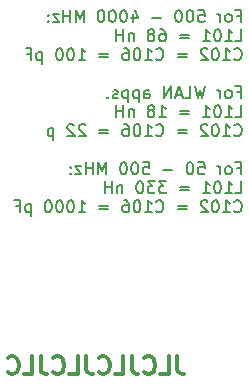
<source format=gbo>
%TF.GenerationSoftware,KiCad,Pcbnew,(6.0.6-0)*%
%TF.CreationDate,2023-01-17T17:24:57+00:00*%
%TF.ProjectId,preamplifier-tqp3m9028,70726561-6d70-46c6-9966-6965722d7471,1.0*%
%TF.SameCoordinates,Original*%
%TF.FileFunction,Legend,Bot*%
%TF.FilePolarity,Positive*%
%FSLAX46Y46*%
G04 Gerber Fmt 4.6, Leading zero omitted, Abs format (unit mm)*
G04 Created by KiCad (PCBNEW (6.0.6-0)) date 2023-01-17 17:24:57*
%MOMM*%
%LPD*%
G01*
G04 APERTURE LIST*
%ADD10C,0.300000*%
%ADD11C,0.200000*%
%ADD12C,2.200000*%
%ADD13C,2.100000*%
%ADD14C,2.250000*%
%ADD15R,4.400000X1.800000*%
%ADD16O,4.000000X1.800000*%
%ADD17O,1.800000X4.000000*%
G04 APERTURE END LIST*
D10*
X124628571Y-116178571D02*
X124628571Y-117250000D01*
X124700000Y-117464285D01*
X124842857Y-117607142D01*
X125057142Y-117678571D01*
X125200000Y-117678571D01*
X123200000Y-117678571D02*
X123914285Y-117678571D01*
X123914285Y-116178571D01*
X121842857Y-117535714D02*
X121914285Y-117607142D01*
X122128571Y-117678571D01*
X122271428Y-117678571D01*
X122485714Y-117607142D01*
X122628571Y-117464285D01*
X122700000Y-117321428D01*
X122771428Y-117035714D01*
X122771428Y-116821428D01*
X122700000Y-116535714D01*
X122628571Y-116392857D01*
X122485714Y-116250000D01*
X122271428Y-116178571D01*
X122128571Y-116178571D01*
X121914285Y-116250000D01*
X121842857Y-116321428D01*
X120771428Y-116178571D02*
X120771428Y-117250000D01*
X120842857Y-117464285D01*
X120985714Y-117607142D01*
X121200000Y-117678571D01*
X121342857Y-117678571D01*
X119342857Y-117678571D02*
X120057142Y-117678571D01*
X120057142Y-116178571D01*
X117985714Y-117535714D02*
X118057142Y-117607142D01*
X118271428Y-117678571D01*
X118414285Y-117678571D01*
X118628571Y-117607142D01*
X118771428Y-117464285D01*
X118842857Y-117321428D01*
X118914285Y-117035714D01*
X118914285Y-116821428D01*
X118842857Y-116535714D01*
X118771428Y-116392857D01*
X118628571Y-116250000D01*
X118414285Y-116178571D01*
X118271428Y-116178571D01*
X118057142Y-116250000D01*
X117985714Y-116321428D01*
X116914285Y-116178571D02*
X116914285Y-117250000D01*
X116985714Y-117464285D01*
X117128571Y-117607142D01*
X117342857Y-117678571D01*
X117485714Y-117678571D01*
X115485714Y-117678571D02*
X116200000Y-117678571D01*
X116200000Y-116178571D01*
X114128571Y-117535714D02*
X114200000Y-117607142D01*
X114414285Y-117678571D01*
X114557142Y-117678571D01*
X114771428Y-117607142D01*
X114914285Y-117464285D01*
X114985714Y-117321428D01*
X115057142Y-117035714D01*
X115057142Y-116821428D01*
X114985714Y-116535714D01*
X114914285Y-116392857D01*
X114771428Y-116250000D01*
X114557142Y-116178571D01*
X114414285Y-116178571D01*
X114200000Y-116250000D01*
X114128571Y-116321428D01*
X113057142Y-116178571D02*
X113057142Y-117250000D01*
X113128571Y-117464285D01*
X113271428Y-117607142D01*
X113485714Y-117678571D01*
X113628571Y-117678571D01*
X111628571Y-117678571D02*
X112342857Y-117678571D01*
X112342857Y-116178571D01*
X110271428Y-117535714D02*
X110342857Y-117607142D01*
X110557142Y-117678571D01*
X110700000Y-117678571D01*
X110914285Y-117607142D01*
X111057142Y-117464285D01*
X111128571Y-117321428D01*
X111200000Y-117035714D01*
X111200000Y-116821428D01*
X111128571Y-116535714D01*
X111057142Y-116392857D01*
X110914285Y-116250000D01*
X110700000Y-116178571D01*
X110557142Y-116178571D01*
X110342857Y-116250000D01*
X110271428Y-116321428D01*
D11*
X129698571Y-87353571D02*
X130031904Y-87353571D01*
X130031904Y-87877380D02*
X130031904Y-86877380D01*
X129555714Y-86877380D01*
X129031904Y-87877380D02*
X129127142Y-87829761D01*
X129174761Y-87782142D01*
X129222380Y-87686904D01*
X129222380Y-87401190D01*
X129174761Y-87305952D01*
X129127142Y-87258333D01*
X129031904Y-87210714D01*
X128889047Y-87210714D01*
X128793809Y-87258333D01*
X128746190Y-87305952D01*
X128698571Y-87401190D01*
X128698571Y-87686904D01*
X128746190Y-87782142D01*
X128793809Y-87829761D01*
X128889047Y-87877380D01*
X129031904Y-87877380D01*
X128270000Y-87877380D02*
X128270000Y-87210714D01*
X128270000Y-87401190D02*
X128222380Y-87305952D01*
X128174761Y-87258333D01*
X128079523Y-87210714D01*
X127984285Y-87210714D01*
X126412857Y-86877380D02*
X126889047Y-86877380D01*
X126936666Y-87353571D01*
X126889047Y-87305952D01*
X126793809Y-87258333D01*
X126555714Y-87258333D01*
X126460476Y-87305952D01*
X126412857Y-87353571D01*
X126365238Y-87448809D01*
X126365238Y-87686904D01*
X126412857Y-87782142D01*
X126460476Y-87829761D01*
X126555714Y-87877380D01*
X126793809Y-87877380D01*
X126889047Y-87829761D01*
X126936666Y-87782142D01*
X125746190Y-86877380D02*
X125650952Y-86877380D01*
X125555714Y-86925000D01*
X125508095Y-86972619D01*
X125460476Y-87067857D01*
X125412857Y-87258333D01*
X125412857Y-87496428D01*
X125460476Y-87686904D01*
X125508095Y-87782142D01*
X125555714Y-87829761D01*
X125650952Y-87877380D01*
X125746190Y-87877380D01*
X125841428Y-87829761D01*
X125889047Y-87782142D01*
X125936666Y-87686904D01*
X125984285Y-87496428D01*
X125984285Y-87258333D01*
X125936666Y-87067857D01*
X125889047Y-86972619D01*
X125841428Y-86925000D01*
X125746190Y-86877380D01*
X124793809Y-86877380D02*
X124698571Y-86877380D01*
X124603333Y-86925000D01*
X124555714Y-86972619D01*
X124508095Y-87067857D01*
X124460476Y-87258333D01*
X124460476Y-87496428D01*
X124508095Y-87686904D01*
X124555714Y-87782142D01*
X124603333Y-87829761D01*
X124698571Y-87877380D01*
X124793809Y-87877380D01*
X124889047Y-87829761D01*
X124936666Y-87782142D01*
X124984285Y-87686904D01*
X125031904Y-87496428D01*
X125031904Y-87258333D01*
X124984285Y-87067857D01*
X124936666Y-86972619D01*
X124889047Y-86925000D01*
X124793809Y-86877380D01*
X123270000Y-87496428D02*
X122508095Y-87496428D01*
X120841428Y-87210714D02*
X120841428Y-87877380D01*
X121079523Y-86829761D02*
X121317619Y-87544047D01*
X120698571Y-87544047D01*
X120127142Y-86877380D02*
X120031904Y-86877380D01*
X119936666Y-86925000D01*
X119889047Y-86972619D01*
X119841428Y-87067857D01*
X119793809Y-87258333D01*
X119793809Y-87496428D01*
X119841428Y-87686904D01*
X119889047Y-87782142D01*
X119936666Y-87829761D01*
X120031904Y-87877380D01*
X120127142Y-87877380D01*
X120222380Y-87829761D01*
X120270000Y-87782142D01*
X120317619Y-87686904D01*
X120365238Y-87496428D01*
X120365238Y-87258333D01*
X120317619Y-87067857D01*
X120270000Y-86972619D01*
X120222380Y-86925000D01*
X120127142Y-86877380D01*
X119174761Y-86877380D02*
X119079523Y-86877380D01*
X118984285Y-86925000D01*
X118936666Y-86972619D01*
X118889047Y-87067857D01*
X118841428Y-87258333D01*
X118841428Y-87496428D01*
X118889047Y-87686904D01*
X118936666Y-87782142D01*
X118984285Y-87829761D01*
X119079523Y-87877380D01*
X119174761Y-87877380D01*
X119270000Y-87829761D01*
X119317619Y-87782142D01*
X119365238Y-87686904D01*
X119412857Y-87496428D01*
X119412857Y-87258333D01*
X119365238Y-87067857D01*
X119317619Y-86972619D01*
X119270000Y-86925000D01*
X119174761Y-86877380D01*
X118222380Y-86877380D02*
X118127142Y-86877380D01*
X118031904Y-86925000D01*
X117984285Y-86972619D01*
X117936666Y-87067857D01*
X117889047Y-87258333D01*
X117889047Y-87496428D01*
X117936666Y-87686904D01*
X117984285Y-87782142D01*
X118031904Y-87829761D01*
X118127142Y-87877380D01*
X118222380Y-87877380D01*
X118317619Y-87829761D01*
X118365238Y-87782142D01*
X118412857Y-87686904D01*
X118460476Y-87496428D01*
X118460476Y-87258333D01*
X118412857Y-87067857D01*
X118365238Y-86972619D01*
X118317619Y-86925000D01*
X118222380Y-86877380D01*
X116698571Y-87877380D02*
X116698571Y-86877380D01*
X116365238Y-87591666D01*
X116031904Y-86877380D01*
X116031904Y-87877380D01*
X115555714Y-87877380D02*
X115555714Y-86877380D01*
X115555714Y-87353571D02*
X114984285Y-87353571D01*
X114984285Y-87877380D02*
X114984285Y-86877380D01*
X114603333Y-87210714D02*
X114079523Y-87210714D01*
X114603333Y-87877380D01*
X114079523Y-87877380D01*
X113698571Y-87782142D02*
X113650952Y-87829761D01*
X113698571Y-87877380D01*
X113746190Y-87829761D01*
X113698571Y-87782142D01*
X113698571Y-87877380D01*
X113698571Y-87258333D02*
X113650952Y-87305952D01*
X113698571Y-87353571D01*
X113746190Y-87305952D01*
X113698571Y-87258333D01*
X113698571Y-87353571D01*
X129555714Y-89487380D02*
X130031904Y-89487380D01*
X130031904Y-88487380D01*
X128698571Y-89487380D02*
X129270000Y-89487380D01*
X128984285Y-89487380D02*
X128984285Y-88487380D01*
X129079523Y-88630238D01*
X129174761Y-88725476D01*
X129270000Y-88773095D01*
X128079523Y-88487380D02*
X127984285Y-88487380D01*
X127889047Y-88535000D01*
X127841428Y-88582619D01*
X127793809Y-88677857D01*
X127746190Y-88868333D01*
X127746190Y-89106428D01*
X127793809Y-89296904D01*
X127841428Y-89392142D01*
X127889047Y-89439761D01*
X127984285Y-89487380D01*
X128079523Y-89487380D01*
X128174761Y-89439761D01*
X128222380Y-89392142D01*
X128270000Y-89296904D01*
X128317619Y-89106428D01*
X128317619Y-88868333D01*
X128270000Y-88677857D01*
X128222380Y-88582619D01*
X128174761Y-88535000D01*
X128079523Y-88487380D01*
X126793809Y-89487380D02*
X127365238Y-89487380D01*
X127079523Y-89487380D02*
X127079523Y-88487380D01*
X127174761Y-88630238D01*
X127270000Y-88725476D01*
X127365238Y-88773095D01*
X125603333Y-88963571D02*
X124841428Y-88963571D01*
X124841428Y-89249285D02*
X125603333Y-89249285D01*
X123174761Y-88487380D02*
X123365238Y-88487380D01*
X123460476Y-88535000D01*
X123508095Y-88582619D01*
X123603333Y-88725476D01*
X123650952Y-88915952D01*
X123650952Y-89296904D01*
X123603333Y-89392142D01*
X123555714Y-89439761D01*
X123460476Y-89487380D01*
X123270000Y-89487380D01*
X123174761Y-89439761D01*
X123127142Y-89392142D01*
X123079523Y-89296904D01*
X123079523Y-89058809D01*
X123127142Y-88963571D01*
X123174761Y-88915952D01*
X123270000Y-88868333D01*
X123460476Y-88868333D01*
X123555714Y-88915952D01*
X123603333Y-88963571D01*
X123650952Y-89058809D01*
X122508095Y-88915952D02*
X122603333Y-88868333D01*
X122650952Y-88820714D01*
X122698571Y-88725476D01*
X122698571Y-88677857D01*
X122650952Y-88582619D01*
X122603333Y-88535000D01*
X122508095Y-88487380D01*
X122317619Y-88487380D01*
X122222380Y-88535000D01*
X122174761Y-88582619D01*
X122127142Y-88677857D01*
X122127142Y-88725476D01*
X122174761Y-88820714D01*
X122222380Y-88868333D01*
X122317619Y-88915952D01*
X122508095Y-88915952D01*
X122603333Y-88963571D01*
X122650952Y-89011190D01*
X122698571Y-89106428D01*
X122698571Y-89296904D01*
X122650952Y-89392142D01*
X122603333Y-89439761D01*
X122508095Y-89487380D01*
X122317619Y-89487380D01*
X122222380Y-89439761D01*
X122174761Y-89392142D01*
X122127142Y-89296904D01*
X122127142Y-89106428D01*
X122174761Y-89011190D01*
X122222380Y-88963571D01*
X122317619Y-88915952D01*
X120936666Y-88820714D02*
X120936666Y-89487380D01*
X120936666Y-88915952D02*
X120889047Y-88868333D01*
X120793809Y-88820714D01*
X120650952Y-88820714D01*
X120555714Y-88868333D01*
X120508095Y-88963571D01*
X120508095Y-89487380D01*
X120031904Y-89487380D02*
X120031904Y-88487380D01*
X120031904Y-88963571D02*
X119460476Y-88963571D01*
X119460476Y-89487380D02*
X119460476Y-88487380D01*
X129460476Y-91002142D02*
X129508095Y-91049761D01*
X129650952Y-91097380D01*
X129746190Y-91097380D01*
X129889047Y-91049761D01*
X129984285Y-90954523D01*
X130031904Y-90859285D01*
X130079523Y-90668809D01*
X130079523Y-90525952D01*
X130031904Y-90335476D01*
X129984285Y-90240238D01*
X129889047Y-90145000D01*
X129746190Y-90097380D01*
X129650952Y-90097380D01*
X129508095Y-90145000D01*
X129460476Y-90192619D01*
X128508095Y-91097380D02*
X129079523Y-91097380D01*
X128793809Y-91097380D02*
X128793809Y-90097380D01*
X128889047Y-90240238D01*
X128984285Y-90335476D01*
X129079523Y-90383095D01*
X127889047Y-90097380D02*
X127793809Y-90097380D01*
X127698571Y-90145000D01*
X127650952Y-90192619D01*
X127603333Y-90287857D01*
X127555714Y-90478333D01*
X127555714Y-90716428D01*
X127603333Y-90906904D01*
X127650952Y-91002142D01*
X127698571Y-91049761D01*
X127793809Y-91097380D01*
X127889047Y-91097380D01*
X127984285Y-91049761D01*
X128031904Y-91002142D01*
X128079523Y-90906904D01*
X128127142Y-90716428D01*
X128127142Y-90478333D01*
X128079523Y-90287857D01*
X128031904Y-90192619D01*
X127984285Y-90145000D01*
X127889047Y-90097380D01*
X127174761Y-90192619D02*
X127127142Y-90145000D01*
X127031904Y-90097380D01*
X126793809Y-90097380D01*
X126698571Y-90145000D01*
X126650952Y-90192619D01*
X126603333Y-90287857D01*
X126603333Y-90383095D01*
X126650952Y-90525952D01*
X127222380Y-91097380D01*
X126603333Y-91097380D01*
X125412857Y-90573571D02*
X124650952Y-90573571D01*
X124650952Y-90859285D02*
X125412857Y-90859285D01*
X122841428Y-91002142D02*
X122889047Y-91049761D01*
X123031904Y-91097380D01*
X123127142Y-91097380D01*
X123270000Y-91049761D01*
X123365238Y-90954523D01*
X123412857Y-90859285D01*
X123460476Y-90668809D01*
X123460476Y-90525952D01*
X123412857Y-90335476D01*
X123365238Y-90240238D01*
X123270000Y-90145000D01*
X123127142Y-90097380D01*
X123031904Y-90097380D01*
X122889047Y-90145000D01*
X122841428Y-90192619D01*
X121889047Y-91097380D02*
X122460476Y-91097380D01*
X122174761Y-91097380D02*
X122174761Y-90097380D01*
X122270000Y-90240238D01*
X122365238Y-90335476D01*
X122460476Y-90383095D01*
X121270000Y-90097380D02*
X121174761Y-90097380D01*
X121079523Y-90145000D01*
X121031904Y-90192619D01*
X120984285Y-90287857D01*
X120936666Y-90478333D01*
X120936666Y-90716428D01*
X120984285Y-90906904D01*
X121031904Y-91002142D01*
X121079523Y-91049761D01*
X121174761Y-91097380D01*
X121270000Y-91097380D01*
X121365238Y-91049761D01*
X121412857Y-91002142D01*
X121460476Y-90906904D01*
X121508095Y-90716428D01*
X121508095Y-90478333D01*
X121460476Y-90287857D01*
X121412857Y-90192619D01*
X121365238Y-90145000D01*
X121270000Y-90097380D01*
X120079523Y-90097380D02*
X120270000Y-90097380D01*
X120365238Y-90145000D01*
X120412857Y-90192619D01*
X120508095Y-90335476D01*
X120555714Y-90525952D01*
X120555714Y-90906904D01*
X120508095Y-91002142D01*
X120460476Y-91049761D01*
X120365238Y-91097380D01*
X120174761Y-91097380D01*
X120079523Y-91049761D01*
X120031904Y-91002142D01*
X119984285Y-90906904D01*
X119984285Y-90668809D01*
X120031904Y-90573571D01*
X120079523Y-90525952D01*
X120174761Y-90478333D01*
X120365238Y-90478333D01*
X120460476Y-90525952D01*
X120508095Y-90573571D01*
X120555714Y-90668809D01*
X118793809Y-90573571D02*
X118031904Y-90573571D01*
X118031904Y-90859285D02*
X118793809Y-90859285D01*
X116270000Y-91097380D02*
X116841428Y-91097380D01*
X116555714Y-91097380D02*
X116555714Y-90097380D01*
X116650952Y-90240238D01*
X116746190Y-90335476D01*
X116841428Y-90383095D01*
X115650952Y-90097380D02*
X115555714Y-90097380D01*
X115460476Y-90145000D01*
X115412857Y-90192619D01*
X115365238Y-90287857D01*
X115317619Y-90478333D01*
X115317619Y-90716428D01*
X115365238Y-90906904D01*
X115412857Y-91002142D01*
X115460476Y-91049761D01*
X115555714Y-91097380D01*
X115650952Y-91097380D01*
X115746190Y-91049761D01*
X115793809Y-91002142D01*
X115841428Y-90906904D01*
X115889047Y-90716428D01*
X115889047Y-90478333D01*
X115841428Y-90287857D01*
X115793809Y-90192619D01*
X115746190Y-90145000D01*
X115650952Y-90097380D01*
X114698571Y-90097380D02*
X114603333Y-90097380D01*
X114508095Y-90145000D01*
X114460476Y-90192619D01*
X114412857Y-90287857D01*
X114365238Y-90478333D01*
X114365238Y-90716428D01*
X114412857Y-90906904D01*
X114460476Y-91002142D01*
X114508095Y-91049761D01*
X114603333Y-91097380D01*
X114698571Y-91097380D01*
X114793809Y-91049761D01*
X114841428Y-91002142D01*
X114889047Y-90906904D01*
X114936666Y-90716428D01*
X114936666Y-90478333D01*
X114889047Y-90287857D01*
X114841428Y-90192619D01*
X114793809Y-90145000D01*
X114698571Y-90097380D01*
X113174761Y-90430714D02*
X113174761Y-91430714D01*
X113174761Y-90478333D02*
X113079523Y-90430714D01*
X112889047Y-90430714D01*
X112793809Y-90478333D01*
X112746190Y-90525952D01*
X112698571Y-90621190D01*
X112698571Y-90906904D01*
X112746190Y-91002142D01*
X112793809Y-91049761D01*
X112889047Y-91097380D01*
X113079523Y-91097380D01*
X113174761Y-91049761D01*
X111936666Y-90573571D02*
X112270000Y-90573571D01*
X112270000Y-91097380D02*
X112270000Y-90097380D01*
X111793809Y-90097380D01*
X129698571Y-93793571D02*
X130031904Y-93793571D01*
X130031904Y-94317380D02*
X130031904Y-93317380D01*
X129555714Y-93317380D01*
X129031904Y-94317380D02*
X129127142Y-94269761D01*
X129174761Y-94222142D01*
X129222380Y-94126904D01*
X129222380Y-93841190D01*
X129174761Y-93745952D01*
X129127142Y-93698333D01*
X129031904Y-93650714D01*
X128889047Y-93650714D01*
X128793809Y-93698333D01*
X128746190Y-93745952D01*
X128698571Y-93841190D01*
X128698571Y-94126904D01*
X128746190Y-94222142D01*
X128793809Y-94269761D01*
X128889047Y-94317380D01*
X129031904Y-94317380D01*
X128270000Y-94317380D02*
X128270000Y-93650714D01*
X128270000Y-93841190D02*
X128222380Y-93745952D01*
X128174761Y-93698333D01*
X128079523Y-93650714D01*
X127984285Y-93650714D01*
X126984285Y-93317380D02*
X126746190Y-94317380D01*
X126555714Y-93603095D01*
X126365238Y-94317380D01*
X126127142Y-93317380D01*
X125270000Y-94317380D02*
X125746190Y-94317380D01*
X125746190Y-93317380D01*
X124984285Y-94031666D02*
X124508095Y-94031666D01*
X125079523Y-94317380D02*
X124746190Y-93317380D01*
X124412857Y-94317380D01*
X124079523Y-94317380D02*
X124079523Y-93317380D01*
X123508095Y-94317380D01*
X123508095Y-93317380D01*
X121841428Y-94317380D02*
X121841428Y-93793571D01*
X121889047Y-93698333D01*
X121984285Y-93650714D01*
X122174761Y-93650714D01*
X122270000Y-93698333D01*
X121841428Y-94269761D02*
X121936666Y-94317380D01*
X122174761Y-94317380D01*
X122270000Y-94269761D01*
X122317619Y-94174523D01*
X122317619Y-94079285D01*
X122270000Y-93984047D01*
X122174761Y-93936428D01*
X121936666Y-93936428D01*
X121841428Y-93888809D01*
X121365238Y-93650714D02*
X121365238Y-94650714D01*
X121365238Y-93698333D02*
X121270000Y-93650714D01*
X121079523Y-93650714D01*
X120984285Y-93698333D01*
X120936666Y-93745952D01*
X120889047Y-93841190D01*
X120889047Y-94126904D01*
X120936666Y-94222142D01*
X120984285Y-94269761D01*
X121079523Y-94317380D01*
X121270000Y-94317380D01*
X121365238Y-94269761D01*
X120460476Y-93650714D02*
X120460476Y-94650714D01*
X120460476Y-93698333D02*
X120365238Y-93650714D01*
X120174761Y-93650714D01*
X120079523Y-93698333D01*
X120031904Y-93745952D01*
X119984285Y-93841190D01*
X119984285Y-94126904D01*
X120031904Y-94222142D01*
X120079523Y-94269761D01*
X120174761Y-94317380D01*
X120365238Y-94317380D01*
X120460476Y-94269761D01*
X119603333Y-94269761D02*
X119508095Y-94317380D01*
X119317619Y-94317380D01*
X119222380Y-94269761D01*
X119174761Y-94174523D01*
X119174761Y-94126904D01*
X119222380Y-94031666D01*
X119317619Y-93984047D01*
X119460476Y-93984047D01*
X119555714Y-93936428D01*
X119603333Y-93841190D01*
X119603333Y-93793571D01*
X119555714Y-93698333D01*
X119460476Y-93650714D01*
X119317619Y-93650714D01*
X119222380Y-93698333D01*
X118746190Y-94222142D02*
X118698571Y-94269761D01*
X118746190Y-94317380D01*
X118793809Y-94269761D01*
X118746190Y-94222142D01*
X118746190Y-94317380D01*
X118746190Y-93698333D02*
X118698571Y-93745952D01*
X118746190Y-93793571D01*
X118793809Y-93745952D01*
X118746190Y-93698333D01*
X118746190Y-93793571D01*
X129555714Y-95927380D02*
X130031904Y-95927380D01*
X130031904Y-94927380D01*
X128698571Y-95927380D02*
X129270000Y-95927380D01*
X128984285Y-95927380D02*
X128984285Y-94927380D01*
X129079523Y-95070238D01*
X129174761Y-95165476D01*
X129270000Y-95213095D01*
X128079523Y-94927380D02*
X127984285Y-94927380D01*
X127889047Y-94975000D01*
X127841428Y-95022619D01*
X127793809Y-95117857D01*
X127746190Y-95308333D01*
X127746190Y-95546428D01*
X127793809Y-95736904D01*
X127841428Y-95832142D01*
X127889047Y-95879761D01*
X127984285Y-95927380D01*
X128079523Y-95927380D01*
X128174761Y-95879761D01*
X128222380Y-95832142D01*
X128270000Y-95736904D01*
X128317619Y-95546428D01*
X128317619Y-95308333D01*
X128270000Y-95117857D01*
X128222380Y-95022619D01*
X128174761Y-94975000D01*
X128079523Y-94927380D01*
X126793809Y-95927380D02*
X127365238Y-95927380D01*
X127079523Y-95927380D02*
X127079523Y-94927380D01*
X127174761Y-95070238D01*
X127270000Y-95165476D01*
X127365238Y-95213095D01*
X125603333Y-95403571D02*
X124841428Y-95403571D01*
X124841428Y-95689285D02*
X125603333Y-95689285D01*
X123079523Y-95927380D02*
X123650952Y-95927380D01*
X123365238Y-95927380D02*
X123365238Y-94927380D01*
X123460476Y-95070238D01*
X123555714Y-95165476D01*
X123650952Y-95213095D01*
X122508095Y-95355952D02*
X122603333Y-95308333D01*
X122650952Y-95260714D01*
X122698571Y-95165476D01*
X122698571Y-95117857D01*
X122650952Y-95022619D01*
X122603333Y-94975000D01*
X122508095Y-94927380D01*
X122317619Y-94927380D01*
X122222380Y-94975000D01*
X122174761Y-95022619D01*
X122127142Y-95117857D01*
X122127142Y-95165476D01*
X122174761Y-95260714D01*
X122222380Y-95308333D01*
X122317619Y-95355952D01*
X122508095Y-95355952D01*
X122603333Y-95403571D01*
X122650952Y-95451190D01*
X122698571Y-95546428D01*
X122698571Y-95736904D01*
X122650952Y-95832142D01*
X122603333Y-95879761D01*
X122508095Y-95927380D01*
X122317619Y-95927380D01*
X122222380Y-95879761D01*
X122174761Y-95832142D01*
X122127142Y-95736904D01*
X122127142Y-95546428D01*
X122174761Y-95451190D01*
X122222380Y-95403571D01*
X122317619Y-95355952D01*
X120936666Y-95260714D02*
X120936666Y-95927380D01*
X120936666Y-95355952D02*
X120889047Y-95308333D01*
X120793809Y-95260714D01*
X120650952Y-95260714D01*
X120555714Y-95308333D01*
X120508095Y-95403571D01*
X120508095Y-95927380D01*
X120031904Y-95927380D02*
X120031904Y-94927380D01*
X120031904Y-95403571D02*
X119460476Y-95403571D01*
X119460476Y-95927380D02*
X119460476Y-94927380D01*
X129460476Y-97442142D02*
X129508095Y-97489761D01*
X129650952Y-97537380D01*
X129746190Y-97537380D01*
X129889047Y-97489761D01*
X129984285Y-97394523D01*
X130031904Y-97299285D01*
X130079523Y-97108809D01*
X130079523Y-96965952D01*
X130031904Y-96775476D01*
X129984285Y-96680238D01*
X129889047Y-96585000D01*
X129746190Y-96537380D01*
X129650952Y-96537380D01*
X129508095Y-96585000D01*
X129460476Y-96632619D01*
X128508095Y-97537380D02*
X129079523Y-97537380D01*
X128793809Y-97537380D02*
X128793809Y-96537380D01*
X128889047Y-96680238D01*
X128984285Y-96775476D01*
X129079523Y-96823095D01*
X127889047Y-96537380D02*
X127793809Y-96537380D01*
X127698571Y-96585000D01*
X127650952Y-96632619D01*
X127603333Y-96727857D01*
X127555714Y-96918333D01*
X127555714Y-97156428D01*
X127603333Y-97346904D01*
X127650952Y-97442142D01*
X127698571Y-97489761D01*
X127793809Y-97537380D01*
X127889047Y-97537380D01*
X127984285Y-97489761D01*
X128031904Y-97442142D01*
X128079523Y-97346904D01*
X128127142Y-97156428D01*
X128127142Y-96918333D01*
X128079523Y-96727857D01*
X128031904Y-96632619D01*
X127984285Y-96585000D01*
X127889047Y-96537380D01*
X127174761Y-96632619D02*
X127127142Y-96585000D01*
X127031904Y-96537380D01*
X126793809Y-96537380D01*
X126698571Y-96585000D01*
X126650952Y-96632619D01*
X126603333Y-96727857D01*
X126603333Y-96823095D01*
X126650952Y-96965952D01*
X127222380Y-97537380D01*
X126603333Y-97537380D01*
X125412857Y-97013571D02*
X124650952Y-97013571D01*
X124650952Y-97299285D02*
X125412857Y-97299285D01*
X122841428Y-97442142D02*
X122889047Y-97489761D01*
X123031904Y-97537380D01*
X123127142Y-97537380D01*
X123270000Y-97489761D01*
X123365238Y-97394523D01*
X123412857Y-97299285D01*
X123460476Y-97108809D01*
X123460476Y-96965952D01*
X123412857Y-96775476D01*
X123365238Y-96680238D01*
X123270000Y-96585000D01*
X123127142Y-96537380D01*
X123031904Y-96537380D01*
X122889047Y-96585000D01*
X122841428Y-96632619D01*
X121889047Y-97537380D02*
X122460476Y-97537380D01*
X122174761Y-97537380D02*
X122174761Y-96537380D01*
X122270000Y-96680238D01*
X122365238Y-96775476D01*
X122460476Y-96823095D01*
X121270000Y-96537380D02*
X121174761Y-96537380D01*
X121079523Y-96585000D01*
X121031904Y-96632619D01*
X120984285Y-96727857D01*
X120936666Y-96918333D01*
X120936666Y-97156428D01*
X120984285Y-97346904D01*
X121031904Y-97442142D01*
X121079523Y-97489761D01*
X121174761Y-97537380D01*
X121270000Y-97537380D01*
X121365238Y-97489761D01*
X121412857Y-97442142D01*
X121460476Y-97346904D01*
X121508095Y-97156428D01*
X121508095Y-96918333D01*
X121460476Y-96727857D01*
X121412857Y-96632619D01*
X121365238Y-96585000D01*
X121270000Y-96537380D01*
X120079523Y-96537380D02*
X120270000Y-96537380D01*
X120365238Y-96585000D01*
X120412857Y-96632619D01*
X120508095Y-96775476D01*
X120555714Y-96965952D01*
X120555714Y-97346904D01*
X120508095Y-97442142D01*
X120460476Y-97489761D01*
X120365238Y-97537380D01*
X120174761Y-97537380D01*
X120079523Y-97489761D01*
X120031904Y-97442142D01*
X119984285Y-97346904D01*
X119984285Y-97108809D01*
X120031904Y-97013571D01*
X120079523Y-96965952D01*
X120174761Y-96918333D01*
X120365238Y-96918333D01*
X120460476Y-96965952D01*
X120508095Y-97013571D01*
X120555714Y-97108809D01*
X118793809Y-97013571D02*
X118031904Y-97013571D01*
X118031904Y-97299285D02*
X118793809Y-97299285D01*
X116841428Y-96632619D02*
X116793809Y-96585000D01*
X116698571Y-96537380D01*
X116460476Y-96537380D01*
X116365238Y-96585000D01*
X116317619Y-96632619D01*
X116270000Y-96727857D01*
X116270000Y-96823095D01*
X116317619Y-96965952D01*
X116889047Y-97537380D01*
X116270000Y-97537380D01*
X115889047Y-96632619D02*
X115841428Y-96585000D01*
X115746190Y-96537380D01*
X115508095Y-96537380D01*
X115412857Y-96585000D01*
X115365238Y-96632619D01*
X115317619Y-96727857D01*
X115317619Y-96823095D01*
X115365238Y-96965952D01*
X115936666Y-97537380D01*
X115317619Y-97537380D01*
X114127142Y-96870714D02*
X114127142Y-97870714D01*
X114127142Y-96918333D02*
X114031904Y-96870714D01*
X113841428Y-96870714D01*
X113746190Y-96918333D01*
X113698571Y-96965952D01*
X113650952Y-97061190D01*
X113650952Y-97346904D01*
X113698571Y-97442142D01*
X113746190Y-97489761D01*
X113841428Y-97537380D01*
X114031904Y-97537380D01*
X114127142Y-97489761D01*
X112889047Y-97013571D02*
X113222380Y-97013571D01*
X113222380Y-97537380D02*
X113222380Y-96537380D01*
X112746190Y-96537380D01*
X129698571Y-100233571D02*
X130031904Y-100233571D01*
X130031904Y-100757380D02*
X130031904Y-99757380D01*
X129555714Y-99757380D01*
X129031904Y-100757380D02*
X129127142Y-100709761D01*
X129174761Y-100662142D01*
X129222380Y-100566904D01*
X129222380Y-100281190D01*
X129174761Y-100185952D01*
X129127142Y-100138333D01*
X129031904Y-100090714D01*
X128889047Y-100090714D01*
X128793809Y-100138333D01*
X128746190Y-100185952D01*
X128698571Y-100281190D01*
X128698571Y-100566904D01*
X128746190Y-100662142D01*
X128793809Y-100709761D01*
X128889047Y-100757380D01*
X129031904Y-100757380D01*
X128270000Y-100757380D02*
X128270000Y-100090714D01*
X128270000Y-100281190D02*
X128222380Y-100185952D01*
X128174761Y-100138333D01*
X128079523Y-100090714D01*
X127984285Y-100090714D01*
X126412857Y-99757380D02*
X126889047Y-99757380D01*
X126936666Y-100233571D01*
X126889047Y-100185952D01*
X126793809Y-100138333D01*
X126555714Y-100138333D01*
X126460476Y-100185952D01*
X126412857Y-100233571D01*
X126365238Y-100328809D01*
X126365238Y-100566904D01*
X126412857Y-100662142D01*
X126460476Y-100709761D01*
X126555714Y-100757380D01*
X126793809Y-100757380D01*
X126889047Y-100709761D01*
X126936666Y-100662142D01*
X125746190Y-99757380D02*
X125650952Y-99757380D01*
X125555714Y-99805000D01*
X125508095Y-99852619D01*
X125460476Y-99947857D01*
X125412857Y-100138333D01*
X125412857Y-100376428D01*
X125460476Y-100566904D01*
X125508095Y-100662142D01*
X125555714Y-100709761D01*
X125650952Y-100757380D01*
X125746190Y-100757380D01*
X125841428Y-100709761D01*
X125889047Y-100662142D01*
X125936666Y-100566904D01*
X125984285Y-100376428D01*
X125984285Y-100138333D01*
X125936666Y-99947857D01*
X125889047Y-99852619D01*
X125841428Y-99805000D01*
X125746190Y-99757380D01*
X124222380Y-100376428D02*
X123460476Y-100376428D01*
X121746190Y-99757380D02*
X122222380Y-99757380D01*
X122270000Y-100233571D01*
X122222380Y-100185952D01*
X122127142Y-100138333D01*
X121889047Y-100138333D01*
X121793809Y-100185952D01*
X121746190Y-100233571D01*
X121698571Y-100328809D01*
X121698571Y-100566904D01*
X121746190Y-100662142D01*
X121793809Y-100709761D01*
X121889047Y-100757380D01*
X122127142Y-100757380D01*
X122222380Y-100709761D01*
X122270000Y-100662142D01*
X121079523Y-99757380D02*
X120984285Y-99757380D01*
X120889047Y-99805000D01*
X120841428Y-99852619D01*
X120793809Y-99947857D01*
X120746190Y-100138333D01*
X120746190Y-100376428D01*
X120793809Y-100566904D01*
X120841428Y-100662142D01*
X120889047Y-100709761D01*
X120984285Y-100757380D01*
X121079523Y-100757380D01*
X121174761Y-100709761D01*
X121222380Y-100662142D01*
X121270000Y-100566904D01*
X121317619Y-100376428D01*
X121317619Y-100138333D01*
X121270000Y-99947857D01*
X121222380Y-99852619D01*
X121174761Y-99805000D01*
X121079523Y-99757380D01*
X120127142Y-99757380D02*
X120031904Y-99757380D01*
X119936666Y-99805000D01*
X119889047Y-99852619D01*
X119841428Y-99947857D01*
X119793809Y-100138333D01*
X119793809Y-100376428D01*
X119841428Y-100566904D01*
X119889047Y-100662142D01*
X119936666Y-100709761D01*
X120031904Y-100757380D01*
X120127142Y-100757380D01*
X120222380Y-100709761D01*
X120270000Y-100662142D01*
X120317619Y-100566904D01*
X120365238Y-100376428D01*
X120365238Y-100138333D01*
X120317619Y-99947857D01*
X120270000Y-99852619D01*
X120222380Y-99805000D01*
X120127142Y-99757380D01*
X118603333Y-100757380D02*
X118603333Y-99757380D01*
X118270000Y-100471666D01*
X117936666Y-99757380D01*
X117936666Y-100757380D01*
X117460476Y-100757380D02*
X117460476Y-99757380D01*
X117460476Y-100233571D02*
X116889047Y-100233571D01*
X116889047Y-100757380D02*
X116889047Y-99757380D01*
X116508095Y-100090714D02*
X115984285Y-100090714D01*
X116508095Y-100757380D01*
X115984285Y-100757380D01*
X115603333Y-100662142D02*
X115555714Y-100709761D01*
X115603333Y-100757380D01*
X115650952Y-100709761D01*
X115603333Y-100662142D01*
X115603333Y-100757380D01*
X115603333Y-100138333D02*
X115555714Y-100185952D01*
X115603333Y-100233571D01*
X115650952Y-100185952D01*
X115603333Y-100138333D01*
X115603333Y-100233571D01*
X129555714Y-102367380D02*
X130031904Y-102367380D01*
X130031904Y-101367380D01*
X128698571Y-102367380D02*
X129270000Y-102367380D01*
X128984285Y-102367380D02*
X128984285Y-101367380D01*
X129079523Y-101510238D01*
X129174761Y-101605476D01*
X129270000Y-101653095D01*
X128079523Y-101367380D02*
X127984285Y-101367380D01*
X127889047Y-101415000D01*
X127841428Y-101462619D01*
X127793809Y-101557857D01*
X127746190Y-101748333D01*
X127746190Y-101986428D01*
X127793809Y-102176904D01*
X127841428Y-102272142D01*
X127889047Y-102319761D01*
X127984285Y-102367380D01*
X128079523Y-102367380D01*
X128174761Y-102319761D01*
X128222380Y-102272142D01*
X128270000Y-102176904D01*
X128317619Y-101986428D01*
X128317619Y-101748333D01*
X128270000Y-101557857D01*
X128222380Y-101462619D01*
X128174761Y-101415000D01*
X128079523Y-101367380D01*
X126793809Y-102367380D02*
X127365238Y-102367380D01*
X127079523Y-102367380D02*
X127079523Y-101367380D01*
X127174761Y-101510238D01*
X127270000Y-101605476D01*
X127365238Y-101653095D01*
X125603333Y-101843571D02*
X124841428Y-101843571D01*
X124841428Y-102129285D02*
X125603333Y-102129285D01*
X123698571Y-101367380D02*
X123079523Y-101367380D01*
X123412857Y-101748333D01*
X123270000Y-101748333D01*
X123174761Y-101795952D01*
X123127142Y-101843571D01*
X123079523Y-101938809D01*
X123079523Y-102176904D01*
X123127142Y-102272142D01*
X123174761Y-102319761D01*
X123270000Y-102367380D01*
X123555714Y-102367380D01*
X123650952Y-102319761D01*
X123698571Y-102272142D01*
X122746190Y-101367380D02*
X122127142Y-101367380D01*
X122460476Y-101748333D01*
X122317619Y-101748333D01*
X122222380Y-101795952D01*
X122174761Y-101843571D01*
X122127142Y-101938809D01*
X122127142Y-102176904D01*
X122174761Y-102272142D01*
X122222380Y-102319761D01*
X122317619Y-102367380D01*
X122603333Y-102367380D01*
X122698571Y-102319761D01*
X122746190Y-102272142D01*
X121508095Y-101367380D02*
X121412857Y-101367380D01*
X121317619Y-101415000D01*
X121270000Y-101462619D01*
X121222380Y-101557857D01*
X121174761Y-101748333D01*
X121174761Y-101986428D01*
X121222380Y-102176904D01*
X121270000Y-102272142D01*
X121317619Y-102319761D01*
X121412857Y-102367380D01*
X121508095Y-102367380D01*
X121603333Y-102319761D01*
X121650952Y-102272142D01*
X121698571Y-102176904D01*
X121746190Y-101986428D01*
X121746190Y-101748333D01*
X121698571Y-101557857D01*
X121650952Y-101462619D01*
X121603333Y-101415000D01*
X121508095Y-101367380D01*
X119984285Y-101700714D02*
X119984285Y-102367380D01*
X119984285Y-101795952D02*
X119936666Y-101748333D01*
X119841428Y-101700714D01*
X119698571Y-101700714D01*
X119603333Y-101748333D01*
X119555714Y-101843571D01*
X119555714Y-102367380D01*
X119079523Y-102367380D02*
X119079523Y-101367380D01*
X119079523Y-101843571D02*
X118508095Y-101843571D01*
X118508095Y-102367380D02*
X118508095Y-101367380D01*
X129460476Y-103882142D02*
X129508095Y-103929761D01*
X129650952Y-103977380D01*
X129746190Y-103977380D01*
X129889047Y-103929761D01*
X129984285Y-103834523D01*
X130031904Y-103739285D01*
X130079523Y-103548809D01*
X130079523Y-103405952D01*
X130031904Y-103215476D01*
X129984285Y-103120238D01*
X129889047Y-103025000D01*
X129746190Y-102977380D01*
X129650952Y-102977380D01*
X129508095Y-103025000D01*
X129460476Y-103072619D01*
X128508095Y-103977380D02*
X129079523Y-103977380D01*
X128793809Y-103977380D02*
X128793809Y-102977380D01*
X128889047Y-103120238D01*
X128984285Y-103215476D01*
X129079523Y-103263095D01*
X127889047Y-102977380D02*
X127793809Y-102977380D01*
X127698571Y-103025000D01*
X127650952Y-103072619D01*
X127603333Y-103167857D01*
X127555714Y-103358333D01*
X127555714Y-103596428D01*
X127603333Y-103786904D01*
X127650952Y-103882142D01*
X127698571Y-103929761D01*
X127793809Y-103977380D01*
X127889047Y-103977380D01*
X127984285Y-103929761D01*
X128031904Y-103882142D01*
X128079523Y-103786904D01*
X128127142Y-103596428D01*
X128127142Y-103358333D01*
X128079523Y-103167857D01*
X128031904Y-103072619D01*
X127984285Y-103025000D01*
X127889047Y-102977380D01*
X127174761Y-103072619D02*
X127127142Y-103025000D01*
X127031904Y-102977380D01*
X126793809Y-102977380D01*
X126698571Y-103025000D01*
X126650952Y-103072619D01*
X126603333Y-103167857D01*
X126603333Y-103263095D01*
X126650952Y-103405952D01*
X127222380Y-103977380D01*
X126603333Y-103977380D01*
X125412857Y-103453571D02*
X124650952Y-103453571D01*
X124650952Y-103739285D02*
X125412857Y-103739285D01*
X122841428Y-103882142D02*
X122889047Y-103929761D01*
X123031904Y-103977380D01*
X123127142Y-103977380D01*
X123270000Y-103929761D01*
X123365238Y-103834523D01*
X123412857Y-103739285D01*
X123460476Y-103548809D01*
X123460476Y-103405952D01*
X123412857Y-103215476D01*
X123365238Y-103120238D01*
X123270000Y-103025000D01*
X123127142Y-102977380D01*
X123031904Y-102977380D01*
X122889047Y-103025000D01*
X122841428Y-103072619D01*
X121889047Y-103977380D02*
X122460476Y-103977380D01*
X122174761Y-103977380D02*
X122174761Y-102977380D01*
X122270000Y-103120238D01*
X122365238Y-103215476D01*
X122460476Y-103263095D01*
X121270000Y-102977380D02*
X121174761Y-102977380D01*
X121079523Y-103025000D01*
X121031904Y-103072619D01*
X120984285Y-103167857D01*
X120936666Y-103358333D01*
X120936666Y-103596428D01*
X120984285Y-103786904D01*
X121031904Y-103882142D01*
X121079523Y-103929761D01*
X121174761Y-103977380D01*
X121270000Y-103977380D01*
X121365238Y-103929761D01*
X121412857Y-103882142D01*
X121460476Y-103786904D01*
X121508095Y-103596428D01*
X121508095Y-103358333D01*
X121460476Y-103167857D01*
X121412857Y-103072619D01*
X121365238Y-103025000D01*
X121270000Y-102977380D01*
X120079523Y-102977380D02*
X120270000Y-102977380D01*
X120365238Y-103025000D01*
X120412857Y-103072619D01*
X120508095Y-103215476D01*
X120555714Y-103405952D01*
X120555714Y-103786904D01*
X120508095Y-103882142D01*
X120460476Y-103929761D01*
X120365238Y-103977380D01*
X120174761Y-103977380D01*
X120079523Y-103929761D01*
X120031904Y-103882142D01*
X119984285Y-103786904D01*
X119984285Y-103548809D01*
X120031904Y-103453571D01*
X120079523Y-103405952D01*
X120174761Y-103358333D01*
X120365238Y-103358333D01*
X120460476Y-103405952D01*
X120508095Y-103453571D01*
X120555714Y-103548809D01*
X118793809Y-103453571D02*
X118031904Y-103453571D01*
X118031904Y-103739285D02*
X118793809Y-103739285D01*
X116270000Y-103977380D02*
X116841428Y-103977380D01*
X116555714Y-103977380D02*
X116555714Y-102977380D01*
X116650952Y-103120238D01*
X116746190Y-103215476D01*
X116841428Y-103263095D01*
X115650952Y-102977380D02*
X115555714Y-102977380D01*
X115460476Y-103025000D01*
X115412857Y-103072619D01*
X115365238Y-103167857D01*
X115317619Y-103358333D01*
X115317619Y-103596428D01*
X115365238Y-103786904D01*
X115412857Y-103882142D01*
X115460476Y-103929761D01*
X115555714Y-103977380D01*
X115650952Y-103977380D01*
X115746190Y-103929761D01*
X115793809Y-103882142D01*
X115841428Y-103786904D01*
X115889047Y-103596428D01*
X115889047Y-103358333D01*
X115841428Y-103167857D01*
X115793809Y-103072619D01*
X115746190Y-103025000D01*
X115650952Y-102977380D01*
X114698571Y-102977380D02*
X114603333Y-102977380D01*
X114508095Y-103025000D01*
X114460476Y-103072619D01*
X114412857Y-103167857D01*
X114365238Y-103358333D01*
X114365238Y-103596428D01*
X114412857Y-103786904D01*
X114460476Y-103882142D01*
X114508095Y-103929761D01*
X114603333Y-103977380D01*
X114698571Y-103977380D01*
X114793809Y-103929761D01*
X114841428Y-103882142D01*
X114889047Y-103786904D01*
X114936666Y-103596428D01*
X114936666Y-103358333D01*
X114889047Y-103167857D01*
X114841428Y-103072619D01*
X114793809Y-103025000D01*
X114698571Y-102977380D01*
X113746190Y-102977380D02*
X113650952Y-102977380D01*
X113555714Y-103025000D01*
X113508095Y-103072619D01*
X113460476Y-103167857D01*
X113412857Y-103358333D01*
X113412857Y-103596428D01*
X113460476Y-103786904D01*
X113508095Y-103882142D01*
X113555714Y-103929761D01*
X113650952Y-103977380D01*
X113746190Y-103977380D01*
X113841428Y-103929761D01*
X113889047Y-103882142D01*
X113936666Y-103786904D01*
X113984285Y-103596428D01*
X113984285Y-103358333D01*
X113936666Y-103167857D01*
X113889047Y-103072619D01*
X113841428Y-103025000D01*
X113746190Y-102977380D01*
X112222380Y-103310714D02*
X112222380Y-104310714D01*
X112222380Y-103358333D02*
X112127142Y-103310714D01*
X111936666Y-103310714D01*
X111841428Y-103358333D01*
X111793809Y-103405952D01*
X111746190Y-103501190D01*
X111746190Y-103786904D01*
X111793809Y-103882142D01*
X111841428Y-103929761D01*
X111936666Y-103977380D01*
X112127142Y-103977380D01*
X112222380Y-103929761D01*
X110984285Y-103453571D02*
X111317619Y-103453571D01*
X111317619Y-103977380D02*
X111317619Y-102977380D01*
X110841428Y-102977380D01*
%LPC*%
D12*
X132500000Y-117500000D03*
X132500000Y-87500000D03*
X102500000Y-117500000D03*
D13*
X105000000Y-110000000D03*
D14*
X107550000Y-107450000D03*
X107550000Y-112550000D03*
X102450000Y-107450000D03*
X102450000Y-112550000D03*
D12*
X102500000Y-87500000D03*
D13*
X130000000Y-110000000D03*
D14*
X132550000Y-107450000D03*
X127450000Y-112550000D03*
X132550000Y-112550000D03*
X127450000Y-107450000D03*
D15*
X117500000Y-98856800D03*
D16*
X117500000Y-93056800D03*
D17*
X112700000Y-95856800D03*
M02*

</source>
